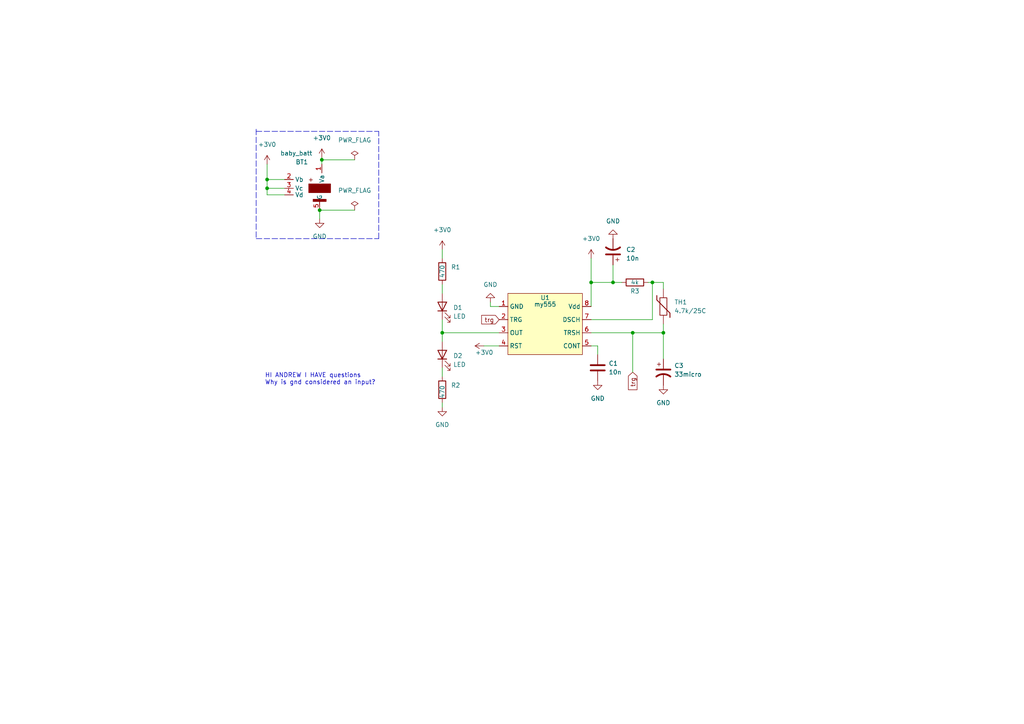
<source format=kicad_sch>
(kicad_sch (version 20211123) (generator eeschema)

  (uuid 7e7b8ea5-9941-47ad-aa89-670ebd77f6b0)

  (paper "A4")

  (lib_symbols
    (symbol "Device:C" (pin_numbers hide) (pin_names (offset 0.254)) (in_bom yes) (on_board yes)
      (property "Reference" "C" (id 0) (at 0.635 2.54 0)
        (effects (font (size 1.27 1.27)) (justify left))
      )
      (property "Value" "C" (id 1) (at 0.635 -2.54 0)
        (effects (font (size 1.27 1.27)) (justify left))
      )
      (property "Footprint" "" (id 2) (at 0.9652 -3.81 0)
        (effects (font (size 1.27 1.27)) hide)
      )
      (property "Datasheet" "~" (id 3) (at 0 0 0)
        (effects (font (size 1.27 1.27)) hide)
      )
      (property "ki_keywords" "cap capacitor" (id 4) (at 0 0 0)
        (effects (font (size 1.27 1.27)) hide)
      )
      (property "ki_description" "Unpolarized capacitor" (id 5) (at 0 0 0)
        (effects (font (size 1.27 1.27)) hide)
      )
      (property "ki_fp_filters" "C_*" (id 6) (at 0 0 0)
        (effects (font (size 1.27 1.27)) hide)
      )
      (symbol "C_0_1"
        (polyline
          (pts
            (xy -2.032 -0.762)
            (xy 2.032 -0.762)
          )
          (stroke (width 0.508) (type default) (color 0 0 0 0))
          (fill (type none))
        )
        (polyline
          (pts
            (xy -2.032 0.762)
            (xy 2.032 0.762)
          )
          (stroke (width 0.508) (type default) (color 0 0 0 0))
          (fill (type none))
        )
      )
      (symbol "C_1_1"
        (pin passive line (at 0 3.81 270) (length 2.794)
          (name "~" (effects (font (size 1.27 1.27))))
          (number "1" (effects (font (size 1.27 1.27))))
        )
        (pin passive line (at 0 -3.81 90) (length 2.794)
          (name "~" (effects (font (size 1.27 1.27))))
          (number "2" (effects (font (size 1.27 1.27))))
        )
      )
    )
    (symbol "Device:C_Polarized_US" (pin_numbers hide) (pin_names (offset 0.254) hide) (in_bom yes) (on_board yes)
      (property "Reference" "C" (id 0) (at 0.635 2.54 0)
        (effects (font (size 1.27 1.27)) (justify left))
      )
      (property "Value" "C_Polarized_US" (id 1) (at 0.635 -2.54 0)
        (effects (font (size 1.27 1.27)) (justify left))
      )
      (property "Footprint" "" (id 2) (at 0 0 0)
        (effects (font (size 1.27 1.27)) hide)
      )
      (property "Datasheet" "~" (id 3) (at 0 0 0)
        (effects (font (size 1.27 1.27)) hide)
      )
      (property "ki_keywords" "cap capacitor" (id 4) (at 0 0 0)
        (effects (font (size 1.27 1.27)) hide)
      )
      (property "ki_description" "Polarized capacitor, US symbol" (id 5) (at 0 0 0)
        (effects (font (size 1.27 1.27)) hide)
      )
      (property "ki_fp_filters" "CP_*" (id 6) (at 0 0 0)
        (effects (font (size 1.27 1.27)) hide)
      )
      (symbol "C_Polarized_US_0_1"
        (polyline
          (pts
            (xy -2.032 0.762)
            (xy 2.032 0.762)
          )
          (stroke (width 0.508) (type default) (color 0 0 0 0))
          (fill (type none))
        )
        (polyline
          (pts
            (xy -1.778 2.286)
            (xy -0.762 2.286)
          )
          (stroke (width 0) (type default) (color 0 0 0 0))
          (fill (type none))
        )
        (polyline
          (pts
            (xy -1.27 1.778)
            (xy -1.27 2.794)
          )
          (stroke (width 0) (type default) (color 0 0 0 0))
          (fill (type none))
        )
        (arc (start 2.032 -1.27) (mid 0 -0.5572) (end -2.032 -1.27)
          (stroke (width 0.508) (type default) (color 0 0 0 0))
          (fill (type none))
        )
      )
      (symbol "C_Polarized_US_1_1"
        (pin passive line (at 0 3.81 270) (length 2.794)
          (name "~" (effects (font (size 1.27 1.27))))
          (number "1" (effects (font (size 1.27 1.27))))
        )
        (pin passive line (at 0 -3.81 90) (length 3.302)
          (name "~" (effects (font (size 1.27 1.27))))
          (number "2" (effects (font (size 1.27 1.27))))
        )
      )
    )
    (symbol "Device:LED" (pin_numbers hide) (pin_names (offset 1.016) hide) (in_bom yes) (on_board yes)
      (property "Reference" "D" (id 0) (at 0 2.54 0)
        (effects (font (size 1.27 1.27)))
      )
      (property "Value" "LED" (id 1) (at 0 -2.54 0)
        (effects (font (size 1.27 1.27)))
      )
      (property "Footprint" "" (id 2) (at 0 0 0)
        (effects (font (size 1.27 1.27)) hide)
      )
      (property "Datasheet" "~" (id 3) (at 0 0 0)
        (effects (font (size 1.27 1.27)) hide)
      )
      (property "ki_keywords" "LED diode" (id 4) (at 0 0 0)
        (effects (font (size 1.27 1.27)) hide)
      )
      (property "ki_description" "Light emitting diode" (id 5) (at 0 0 0)
        (effects (font (size 1.27 1.27)) hide)
      )
      (property "ki_fp_filters" "LED* LED_SMD:* LED_THT:*" (id 6) (at 0 0 0)
        (effects (font (size 1.27 1.27)) hide)
      )
      (symbol "LED_0_1"
        (polyline
          (pts
            (xy -1.27 -1.27)
            (xy -1.27 1.27)
          )
          (stroke (width 0.254) (type default) (color 0 0 0 0))
          (fill (type none))
        )
        (polyline
          (pts
            (xy -1.27 0)
            (xy 1.27 0)
          )
          (stroke (width 0) (type default) (color 0 0 0 0))
          (fill (type none))
        )
        (polyline
          (pts
            (xy 1.27 -1.27)
            (xy 1.27 1.27)
            (xy -1.27 0)
            (xy 1.27 -1.27)
          )
          (stroke (width 0.254) (type default) (color 0 0 0 0))
          (fill (type none))
        )
        (polyline
          (pts
            (xy -3.048 -0.762)
            (xy -4.572 -2.286)
            (xy -3.81 -2.286)
            (xy -4.572 -2.286)
            (xy -4.572 -1.524)
          )
          (stroke (width 0) (type default) (color 0 0 0 0))
          (fill (type none))
        )
        (polyline
          (pts
            (xy -1.778 -0.762)
            (xy -3.302 -2.286)
            (xy -2.54 -2.286)
            (xy -3.302 -2.286)
            (xy -3.302 -1.524)
          )
          (stroke (width 0) (type default) (color 0 0 0 0))
          (fill (type none))
        )
      )
      (symbol "LED_1_1"
        (pin passive line (at -3.81 0 0) (length 2.54)
          (name "K" (effects (font (size 1.27 1.27))))
          (number "1" (effects (font (size 1.27 1.27))))
        )
        (pin passive line (at 3.81 0 180) (length 2.54)
          (name "A" (effects (font (size 1.27 1.27))))
          (number "2" (effects (font (size 1.27 1.27))))
        )
      )
    )
    (symbol "Device:R" (pin_numbers hide) (pin_names (offset 0)) (in_bom yes) (on_board yes)
      (property "Reference" "R" (id 0) (at 2.032 0 90)
        (effects (font (size 1.27 1.27)))
      )
      (property "Value" "R" (id 1) (at 0 0 90)
        (effects (font (size 1.27 1.27)))
      )
      (property "Footprint" "" (id 2) (at -1.778 0 90)
        (effects (font (size 1.27 1.27)) hide)
      )
      (property "Datasheet" "~" (id 3) (at 0 0 0)
        (effects (font (size 1.27 1.27)) hide)
      )
      (property "ki_keywords" "R res resistor" (id 4) (at 0 0 0)
        (effects (font (size 1.27 1.27)) hide)
      )
      (property "ki_description" "Resistor" (id 5) (at 0 0 0)
        (effects (font (size 1.27 1.27)) hide)
      )
      (property "ki_fp_filters" "R_*" (id 6) (at 0 0 0)
        (effects (font (size 1.27 1.27)) hide)
      )
      (symbol "R_0_1"
        (rectangle (start -1.016 -2.54) (end 1.016 2.54)
          (stroke (width 0.254) (type default) (color 0 0 0 0))
          (fill (type none))
        )
      )
      (symbol "R_1_1"
        (pin passive line (at 0 3.81 270) (length 1.27)
          (name "~" (effects (font (size 1.27 1.27))))
          (number "1" (effects (font (size 1.27 1.27))))
        )
        (pin passive line (at 0 -3.81 90) (length 1.27)
          (name "~" (effects (font (size 1.27 1.27))))
          (number "2" (effects (font (size 1.27 1.27))))
        )
      )
    )
    (symbol "Device:Thermistor" (pin_numbers hide) (pin_names (offset 0)) (in_bom yes) (on_board yes)
      (property "Reference" "TH" (id 0) (at 2.54 1.27 90)
        (effects (font (size 1.27 1.27)))
      )
      (property "Value" "Thermistor" (id 1) (at -2.54 0 90)
        (effects (font (size 1.27 1.27)) (justify bottom))
      )
      (property "Footprint" "" (id 2) (at 0 0 0)
        (effects (font (size 1.27 1.27)) hide)
      )
      (property "Datasheet" "~" (id 3) (at 0 0 0)
        (effects (font (size 1.27 1.27)) hide)
      )
      (property "ki_keywords" "R res thermistor" (id 4) (at 0 0 0)
        (effects (font (size 1.27 1.27)) hide)
      )
      (property "ki_description" "Temperature dependent resistor" (id 5) (at 0 0 0)
        (effects (font (size 1.27 1.27)) hide)
      )
      (property "ki_fp_filters" "R_*" (id 6) (at 0 0 0)
        (effects (font (size 1.27 1.27)) hide)
      )
      (symbol "Thermistor_0_1"
        (rectangle (start -1.016 2.54) (end 1.016 -2.54)
          (stroke (width 0.2032) (type default) (color 0 0 0 0))
          (fill (type none))
        )
        (polyline
          (pts
            (xy -1.905 3.175)
            (xy -1.905 1.905)
            (xy 1.905 -1.905)
            (xy 1.905 -3.175)
            (xy 1.905 -3.175)
          )
          (stroke (width 0.254) (type default) (color 0 0 0 0))
          (fill (type none))
        )
      )
      (symbol "Thermistor_1_1"
        (pin passive line (at 0 5.08 270) (length 2.54)
          (name "~" (effects (font (size 1.27 1.27))))
          (number "1" (effects (font (size 1.27 1.27))))
        )
        (pin passive line (at 0 -5.08 90) (length 2.54)
          (name "~" (effects (font (size 1.27 1.27))))
          (number "2" (effects (font (size 1.27 1.27))))
        )
      )
    )
    (symbol "p490:baby_batt" (in_bom yes) (on_board yes)
      (property "Reference" "BT" (id 0) (at -5.08 5.715 0)
        (effects (font (size 1.27 1.27)))
      )
      (property "Value" "baby_batt" (id 1) (at -6.35 8.255 0)
        (effects (font (size 1.27 1.27)))
      )
      (property "Footprint" "" (id 2) (at 0 0 0)
        (effects (font (size 1.27 1.27)) hide)
      )
      (property "Datasheet" "" (id 3) (at 0 0 0)
        (effects (font (size 1.27 1.27)) hide)
      )
      (symbol "baby_batt_0_0"
        (text "+" (at -2.54 2.54 0)
          (effects (font (size 1.27 1.27)))
        )
      )
      (symbol "baby_batt_0_1"
        (rectangle (start -1.905 -3.81) (end 1.905 -3.81)
          (stroke (width 0) (type default) (color 0 0 0 0))
          (fill (type none))
        )
        (rectangle (start 0 -3.81) (end 0 -5.08)
          (stroke (width 0) (type default) (color 0 0 0 0))
          (fill (type none))
        )
        (rectangle (start 1.905 -3.81) (end -1.905 -3.175)
          (stroke (width 0) (type default) (color 0 0 0 0))
          (fill (type outline))
        )
        (rectangle (start 3.175 -1.27) (end -3.175 1.27)
          (stroke (width 0) (type default) (color 0 0 0 0))
          (fill (type outline))
        )
      )
      (symbol "baby_batt_1_1"
        (pin passive line (at 0.635 6.985 270) (length 2.54)
          (name "Va" (effects (font (size 1.27 1.27))))
          (number "1" (effects (font (size 1.27 1.27))))
        )
        (pin passive line (at -10.16 2.54 0) (length 2.54)
          (name "Vb" (effects (font (size 1.27 1.27))))
          (number "2" (effects (font (size 1.27 1.27))))
        )
        (pin passive line (at -10.16 0 0) (length 2.54)
          (name "Vc" (effects (font (size 1.27 1.27))))
          (number "3" (effects (font (size 1.27 1.27))))
        )
        (pin passive line (at -10.16 -1.905 0) (length 2.54)
          (name "Vd" (effects (font (size 1.27 1.27))))
          (number "4" (effects (font (size 1.27 1.27))))
        )
        (pin passive line (at 0 -6.35 90) (length 2.54)
          (name "G" (effects (font (size 1.27 1.27))))
          (number "5" (effects (font (size 1.27 1.27))))
        )
      )
    )
    (symbol "p490:my555" (in_bom yes) (on_board yes)
      (property "Reference" "U" (id 0) (at 3.81 0 0)
        (effects (font (size 1.27 1.27)))
      )
      (property "Value" "my555" (id 1) (at 3.81 2.54 0)
        (effects (font (size 1.27 1.27)))
      )
      (property "Footprint" "" (id 2) (at 0 0 0)
        (effects (font (size 1.27 1.27)) hide)
      )
      (property "Datasheet" "" (id 3) (at 0 0 0)
        (effects (font (size 1.27 1.27)) hide)
      )
      (symbol "my555_0_1"
        (rectangle (start 15.24 -5.08) (end -6.35 12.7)
          (stroke (width 0) (type default) (color 0 0 0 0))
          (fill (type background))
        )
      )
      (symbol "my555_1_1"
        (pin input line (at -8.89 8.89 0) (length 2.54)
          (name "GND" (effects (font (size 1.27 1.27))))
          (number "1" (effects (font (size 1.27 1.27))))
        )
        (pin passive line (at -8.89 5.08 0) (length 2.54)
          (name "TRG" (effects (font (size 1.27 1.27))))
          (number "2" (effects (font (size 1.27 1.27))))
        )
        (pin passive line (at -8.89 1.27 0) (length 2.54)
          (name "OUT" (effects (font (size 1.27 1.27))))
          (number "3" (effects (font (size 1.27 1.27))))
        )
        (pin passive line (at -8.89 -2.54 0) (length 2.54)
          (name "RST" (effects (font (size 1.27 1.27))))
          (number "4" (effects (font (size 1.27 1.27))))
        )
        (pin passive line (at 17.78 -2.54 180) (length 2.54)
          (name "CONT" (effects (font (size 1.27 1.27))))
          (number "5" (effects (font (size 1.27 1.27))))
        )
        (pin passive line (at 17.78 1.27 180) (length 2.54)
          (name "TRSH" (effects (font (size 1.27 1.27))))
          (number "6" (effects (font (size 1.27 1.27))))
        )
        (pin passive line (at 17.78 5.08 180) (length 2.54)
          (name "DSCH" (effects (font (size 1.27 1.27))))
          (number "7" (effects (font (size 1.27 1.27))))
        )
        (pin input line (at 17.78 8.89 180) (length 2.54)
          (name "Vdd" (effects (font (size 1.27 1.27))))
          (number "8" (effects (font (size 1.27 1.27))))
        )
      )
    )
    (symbol "power:+3V0" (power) (pin_names (offset 0)) (in_bom yes) (on_board yes)
      (property "Reference" "#PWR" (id 0) (at 0 -3.81 0)
        (effects (font (size 1.27 1.27)) hide)
      )
      (property "Value" "+3V0" (id 1) (at 0 3.556 0)
        (effects (font (size 1.27 1.27)))
      )
      (property "Footprint" "" (id 2) (at 0 0 0)
        (effects (font (size 1.27 1.27)) hide)
      )
      (property "Datasheet" "" (id 3) (at 0 0 0)
        (effects (font (size 1.27 1.27)) hide)
      )
      (property "ki_keywords" "power-flag" (id 4) (at 0 0 0)
        (effects (font (size 1.27 1.27)) hide)
      )
      (property "ki_description" "Power symbol creates a global label with name \"+3V0\"" (id 5) (at 0 0 0)
        (effects (font (size 1.27 1.27)) hide)
      )
      (symbol "+3V0_0_1"
        (polyline
          (pts
            (xy -0.762 1.27)
            (xy 0 2.54)
          )
          (stroke (width 0) (type default) (color 0 0 0 0))
          (fill (type none))
        )
        (polyline
          (pts
            (xy 0 0)
            (xy 0 2.54)
          )
          (stroke (width 0) (type default) (color 0 0 0 0))
          (fill (type none))
        )
        (polyline
          (pts
            (xy 0 2.54)
            (xy 0.762 1.27)
          )
          (stroke (width 0) (type default) (color 0 0 0 0))
          (fill (type none))
        )
      )
      (symbol "+3V0_1_1"
        (pin power_in line (at 0 0 90) (length 0) hide
          (name "+3V0" (effects (font (size 1.27 1.27))))
          (number "1" (effects (font (size 1.27 1.27))))
        )
      )
    )
    (symbol "power:GND" (power) (pin_names (offset 0)) (in_bom yes) (on_board yes)
      (property "Reference" "#PWR" (id 0) (at 0 -6.35 0)
        (effects (font (size 1.27 1.27)) hide)
      )
      (property "Value" "GND" (id 1) (at 0 -3.81 0)
        (effects (font (size 1.27 1.27)))
      )
      (property "Footprint" "" (id 2) (at 0 0 0)
        (effects (font (size 1.27 1.27)) hide)
      )
      (property "Datasheet" "" (id 3) (at 0 0 0)
        (effects (font (size 1.27 1.27)) hide)
      )
      (property "ki_keywords" "power-flag" (id 4) (at 0 0 0)
        (effects (font (size 1.27 1.27)) hide)
      )
      (property "ki_description" "Power symbol creates a global label with name \"GND\" , ground" (id 5) (at 0 0 0)
        (effects (font (size 1.27 1.27)) hide)
      )
      (symbol "GND_0_1"
        (polyline
          (pts
            (xy 0 0)
            (xy 0 -1.27)
            (xy 1.27 -1.27)
            (xy 0 -2.54)
            (xy -1.27 -1.27)
            (xy 0 -1.27)
          )
          (stroke (width 0) (type default) (color 0 0 0 0))
          (fill (type none))
        )
      )
      (symbol "GND_1_1"
        (pin power_in line (at 0 0 270) (length 0) hide
          (name "GND" (effects (font (size 1.27 1.27))))
          (number "1" (effects (font (size 1.27 1.27))))
        )
      )
    )
    (symbol "power:PWR_FLAG" (power) (pin_numbers hide) (pin_names (offset 0) hide) (in_bom yes) (on_board yes)
      (property "Reference" "#FLG" (id 0) (at 0 1.905 0)
        (effects (font (size 1.27 1.27)) hide)
      )
      (property "Value" "PWR_FLAG" (id 1) (at 0 3.81 0)
        (effects (font (size 1.27 1.27)))
      )
      (property "Footprint" "" (id 2) (at 0 0 0)
        (effects (font (size 1.27 1.27)) hide)
      )
      (property "Datasheet" "~" (id 3) (at 0 0 0)
        (effects (font (size 1.27 1.27)) hide)
      )
      (property "ki_keywords" "power-flag" (id 4) (at 0 0 0)
        (effects (font (size 1.27 1.27)) hide)
      )
      (property "ki_description" "Special symbol for telling ERC where power comes from" (id 5) (at 0 0 0)
        (effects (font (size 1.27 1.27)) hide)
      )
      (symbol "PWR_FLAG_0_0"
        (pin power_out line (at 0 0 90) (length 0)
          (name "pwr" (effects (font (size 1.27 1.27))))
          (number "1" (effects (font (size 1.27 1.27))))
        )
      )
      (symbol "PWR_FLAG_0_1"
        (polyline
          (pts
            (xy 0 0)
            (xy 0 1.27)
            (xy -1.016 1.905)
            (xy 0 2.54)
            (xy 1.016 1.905)
            (xy 0 1.27)
          )
          (stroke (width 0) (type default) (color 0 0 0 0))
          (fill (type none))
        )
      )
    )
  )

  (junction (at 128.27 96.52) (diameter 0) (color 0 0 0 0)
    (uuid 0b3e86b5-c471-4dbc-897b-cec00fccfa60)
  )
  (junction (at 171.45 81.915) (diameter 0) (color 0 0 0 0)
    (uuid 30ec6bdb-85d9-4931-80b6-49bf1fcadf5b)
  )
  (junction (at 177.8 81.915) (diameter 0) (color 0 0 0 0)
    (uuid 65837264-c15d-40be-8629-d33a37aa0d2a)
  )
  (junction (at 77.47 54.61) (diameter 0) (color 0 0 0 0)
    (uuid 75a3852f-a150-414a-97a1-afc9628edd94)
  )
  (junction (at 92.71 60.96) (diameter 0) (color 0 0 0 0)
    (uuid 7ca9fb41-f749-4471-b77f-94c5cec6b165)
  )
  (junction (at 93.345 46.355) (diameter 0) (color 0 0 0 0)
    (uuid a116305b-e52d-4a64-8b2b-899d89818c8c)
  )
  (junction (at 183.515 96.52) (diameter 0) (color 0 0 0 0)
    (uuid b5bd463b-6c91-46e4-84c8-f1b3d67f85d3)
  )
  (junction (at 77.47 52.07) (diameter 0) (color 0 0 0 0)
    (uuid e81cb2e1-7e91-4490-a09e-c9580adfc0aa)
  )
  (junction (at 192.405 96.52) (diameter 0) (color 0 0 0 0)
    (uuid f5a617b7-0f8b-4905-9695-13d98bf0f97c)
  )
  (junction (at 189.23 81.915) (diameter 0) (color 0 0 0 0)
    (uuid f64969b3-fef7-494c-9507-6055ae1ddac8)
  )

  (wire (pts (xy 144.78 96.52) (xy 128.27 96.52))
    (stroke (width 0) (type default) (color 0 0 0 0))
    (uuid 01716dd6-9b4c-4e22-8221-3f1537c1f605)
  )
  (wire (pts (xy 192.405 96.52) (xy 192.405 93.98))
    (stroke (width 0) (type default) (color 0 0 0 0))
    (uuid 0d013f84-e1a2-4f7f-8b31-42d9f96b2c29)
  )
  (wire (pts (xy 177.8 81.915) (xy 171.45 81.915))
    (stroke (width 0) (type default) (color 0 0 0 0))
    (uuid 131a69ff-a576-4dd8-b8bf-80a63330836b)
  )
  (wire (pts (xy 177.8 76.835) (xy 177.8 81.915))
    (stroke (width 0) (type default) (color 0 0 0 0))
    (uuid 18820782-78c7-4923-bb69-82787cdd1ad4)
  )
  (polyline (pts (xy 109.855 69.215) (xy 109.855 38.1))
    (stroke (width 0) (type default) (color 0 0 0 0))
    (uuid 1da5b517-0700-4eb7-b749-6af74b331adf)
  )

  (wire (pts (xy 128.27 116.84) (xy 128.27 118.11))
    (stroke (width 0) (type default) (color 0 0 0 0))
    (uuid 1e96cb18-c9b9-4796-b5ce-897c6ab4af7c)
  )
  (polyline (pts (xy 74.295 37.465) (xy 74.295 69.215))
    (stroke (width 0) (type default) (color 0 0 0 0))
    (uuid 2f5e52f9-56f4-4637-b258-d435a07ad5b5)
  )

  (wire (pts (xy 183.515 96.52) (xy 183.515 107.95))
    (stroke (width 0) (type default) (color 0 0 0 0))
    (uuid 34f1b38b-9ac2-49ef-ae7b-0946884fa893)
  )
  (wire (pts (xy 171.45 74.93) (xy 171.45 81.915))
    (stroke (width 0) (type default) (color 0 0 0 0))
    (uuid 3a5448ab-43fd-4678-8ea0-e7ca696fe581)
  )
  (wire (pts (xy 92.71 60.96) (xy 92.71 63.5))
    (stroke (width 0) (type default) (color 0 0 0 0))
    (uuid 3ef94675-feea-4db1-a306-a533be0f9a08)
  )
  (wire (pts (xy 77.47 47.625) (xy 77.47 52.07))
    (stroke (width 0) (type default) (color 0 0 0 0))
    (uuid 47cc36d0-e011-4d4a-8e6f-2ee5931dcd58)
  )
  (wire (pts (xy 183.515 96.52) (xy 192.405 96.52))
    (stroke (width 0) (type default) (color 0 0 0 0))
    (uuid 4c7c9172-cfcb-4280-a39d-ed575823396d)
  )
  (wire (pts (xy 77.47 52.07) (xy 77.47 54.61))
    (stroke (width 0) (type default) (color 0 0 0 0))
    (uuid 4ededcc6-9f84-42f9-92f5-dd37e6da1349)
  )
  (wire (pts (xy 173.355 100.33) (xy 171.45 100.33))
    (stroke (width 0) (type default) (color 0 0 0 0))
    (uuid 58679864-0b94-46fc-a010-37003c873789)
  )
  (wire (pts (xy 128.27 92.71) (xy 128.27 96.52))
    (stroke (width 0) (type default) (color 0 0 0 0))
    (uuid 63134588-0044-46cd-9ff9-4388b26e45c5)
  )
  (wire (pts (xy 171.45 81.915) (xy 171.45 88.9))
    (stroke (width 0) (type default) (color 0 0 0 0))
    (uuid 6658c544-9bf2-4057-833e-a8097f592e34)
  )
  (wire (pts (xy 82.55 52.07) (xy 77.47 52.07))
    (stroke (width 0) (type default) (color 0 0 0 0))
    (uuid 6cdd1d78-3ad6-4272-a13b-fe23de9dfc30)
  )
  (wire (pts (xy 180.34 81.915) (xy 177.8 81.915))
    (stroke (width 0) (type default) (color 0 0 0 0))
    (uuid 70570496-7ffe-47e8-bc9f-79c870de2a0d)
  )
  (wire (pts (xy 128.27 106.68) (xy 128.27 109.22))
    (stroke (width 0) (type default) (color 0 0 0 0))
    (uuid 7076e20f-56ad-4c66-8094-a701ae272de8)
  )
  (wire (pts (xy 128.27 72.39) (xy 128.27 74.93))
    (stroke (width 0) (type default) (color 0 0 0 0))
    (uuid 753e4b70-e97c-410f-9993-0bd1a61c28fc)
  )
  (wire (pts (xy 142.24 88.9) (xy 144.78 88.9))
    (stroke (width 0) (type default) (color 0 0 0 0))
    (uuid 8463c06c-b68a-4845-a03a-927b9c7f7f87)
  )
  (wire (pts (xy 142.24 87.63) (xy 142.24 88.9))
    (stroke (width 0) (type default) (color 0 0 0 0))
    (uuid 85df02ad-84f2-421b-9724-49d86d7bf1ab)
  )
  (wire (pts (xy 192.405 104.14) (xy 192.405 96.52))
    (stroke (width 0) (type default) (color 0 0 0 0))
    (uuid 8bf818eb-d0ce-4338-b620-7a4dc1cb2ce6)
  )
  (wire (pts (xy 189.23 92.71) (xy 189.23 81.915))
    (stroke (width 0) (type default) (color 0 0 0 0))
    (uuid 8c34d138-3287-401b-b76c-64cc5d151175)
  )
  (wire (pts (xy 192.405 83.82) (xy 192.405 81.915))
    (stroke (width 0) (type default) (color 0 0 0 0))
    (uuid 9794b175-e0d8-451e-b2b3-883ee1a19951)
  )
  (wire (pts (xy 93.345 45.72) (xy 93.345 46.355))
    (stroke (width 0) (type default) (color 0 0 0 0))
    (uuid 9be2511d-ade2-4226-92b7-3aaaf18f4666)
  )
  (wire (pts (xy 93.345 46.355) (xy 93.345 47.625))
    (stroke (width 0) (type default) (color 0 0 0 0))
    (uuid aa86f2ad-0817-4e17-ac5f-e20d744473d2)
  )
  (wire (pts (xy 102.87 46.355) (xy 93.345 46.355))
    (stroke (width 0) (type default) (color 0 0 0 0))
    (uuid b3208d09-7774-4a4c-97e1-89f090814933)
  )
  (wire (pts (xy 140.335 100.33) (xy 144.78 100.33))
    (stroke (width 0) (type default) (color 0 0 0 0))
    (uuid b6fa23b3-6790-40ab-b560-f5f8a72a8a5c)
  )
  (wire (pts (xy 77.47 56.515) (xy 82.55 56.515))
    (stroke (width 0) (type default) (color 0 0 0 0))
    (uuid ba6710b8-0bf2-4411-b4fa-314012cea858)
  )
  (wire (pts (xy 77.47 54.61) (xy 82.55 54.61))
    (stroke (width 0) (type default) (color 0 0 0 0))
    (uuid cb0e5996-286c-4196-820b-ba8919130b1a)
  )
  (wire (pts (xy 192.405 81.915) (xy 189.23 81.915))
    (stroke (width 0) (type default) (color 0 0 0 0))
    (uuid cc06b6c3-7a3a-48cb-b8d4-5db53f16e810)
  )
  (polyline (pts (xy 74.295 69.215) (xy 109.855 69.215))
    (stroke (width 0) (type default) (color 0 0 0 0))
    (uuid d98424c8-55be-48a5-87a7-6422bdc55878)
  )

  (wire (pts (xy 173.355 102.87) (xy 173.355 100.33))
    (stroke (width 0) (type default) (color 0 0 0 0))
    (uuid e0efc28f-4199-44d8-af00-caf5be8b2023)
  )
  (wire (pts (xy 77.47 54.61) (xy 77.47 56.515))
    (stroke (width 0) (type default) (color 0 0 0 0))
    (uuid e4692cd7-f3e6-47b7-9078-004b255fbbb4)
  )
  (polyline (pts (xy 74.295 38.1) (xy 109.855 38.1))
    (stroke (width 0) (type default) (color 0 0 0 0))
    (uuid ee13133f-ad30-440c-87d2-011ff5da46c4)
  )

  (wire (pts (xy 171.45 92.71) (xy 189.23 92.71))
    (stroke (width 0) (type default) (color 0 0 0 0))
    (uuid ee955f0b-3d19-45fd-b756-274e649e33f2)
  )
  (wire (pts (xy 189.23 81.915) (xy 187.96 81.915))
    (stroke (width 0) (type default) (color 0 0 0 0))
    (uuid faa6e96b-c0ff-412c-b948-44d5ca9683e9)
  )
  (wire (pts (xy 128.27 82.55) (xy 128.27 85.09))
    (stroke (width 0) (type default) (color 0 0 0 0))
    (uuid fd2176e4-a409-4ab6-8872-8002cb1dab5b)
  )
  (wire (pts (xy 102.87 60.96) (xy 92.71 60.96))
    (stroke (width 0) (type default) (color 0 0 0 0))
    (uuid feeca4b7-a9e3-4e36-b9dd-07d8add261ac)
  )
  (wire (pts (xy 128.27 96.52) (xy 128.27 99.06))
    (stroke (width 0) (type default) (color 0 0 0 0))
    (uuid ff3e843f-866a-45ba-9628-649e89d415e7)
  )
  (wire (pts (xy 171.45 96.52) (xy 183.515 96.52))
    (stroke (width 0) (type default) (color 0 0 0 0))
    (uuid ff788269-45f4-471f-8309-83d5ed9104ae)
  )

  (text "HI ANDREW I HAVE questions\nWhy is gnd considered an input?\n"
    (at 76.835 111.76 0)
    (effects (font (size 1.27 1.27)) (justify left bottom))
    (uuid c2500d8b-402b-4c23-834c-54a45e8182d1)
  )

  (global_label "trg" (shape input) (at 183.515 107.95 270) (fields_autoplaced)
    (effects (font (size 1.27 1.27)) (justify right))
    (uuid 955799ba-2857-4632-85b2-622ced8854ed)
    (property "Intersheet References" "${INTERSHEET_REFS}" (id 0) (at 183.5944 113.0241 90)
      (effects (font (size 1.27 1.27)) (justify right) hide)
    )
  )
  (global_label "trg" (shape input) (at 144.78 92.71 180) (fields_autoplaced)
    (effects (font (size 1.27 1.27)) (justify right))
    (uuid d1cd8821-9f7e-4a19-bc27-523ccf34cb3f)
    (property "Intersheet References" "${INTERSHEET_REFS}" (id 0) (at 139.7059 92.6306 0)
      (effects (font (size 1.27 1.27)) (justify right) hide)
    )
  )

  (symbol (lib_id "power:GND") (at 128.27 118.11 0) (unit 1)
    (in_bom yes) (on_board yes) (fields_autoplaced)
    (uuid 002289d9-299b-4b7b-ae87-b072eed971da)
    (property "Reference" "#PWR04" (id 0) (at 128.27 124.46 0)
      (effects (font (size 1.27 1.27)) hide)
    )
    (property "Value" "GND" (id 1) (at 128.27 123.19 0))
    (property "Footprint" "" (id 2) (at 128.27 118.11 0)
      (effects (font (size 1.27 1.27)) hide)
    )
    (property "Datasheet" "" (id 3) (at 128.27 118.11 0)
      (effects (font (size 1.27 1.27)) hide)
    )
    (pin "1" (uuid 532d025d-fb7a-4f2b-909e-98e6d76dec26))
  )

  (symbol (lib_id "Device:C_Polarized_US") (at 192.405 107.95 0) (unit 1)
    (in_bom yes) (on_board yes) (fields_autoplaced)
    (uuid 06eb2baa-fd40-4e51-99fa-b0ab10a64cd2)
    (property "Reference" "C3" (id 0) (at 195.58 106.0449 0)
      (effects (font (size 1.27 1.27)) (justify left))
    )
    (property "Value" "33micro" (id 1) (at 195.58 108.5849 0)
      (effects (font (size 1.27 1.27)) (justify left))
    )
    (property "Footprint" "Capacitor_SMD:C_0805_2012Metric_Pad1.18x1.45mm_HandSolder" (id 2) (at 192.405 107.95 0)
      (effects (font (size 1.27 1.27)) hide)
    )
    (property "Datasheet" "~" (id 3) (at 192.405 107.95 0)
      (effects (font (size 1.27 1.27)) hide)
    )
    (pin "1" (uuid 050f12bf-993b-4a3c-82aa-96a7ef5e0a8e))
    (pin "2" (uuid ef413532-bedf-481f-9494-a24580b4ef06))
  )

  (symbol (lib_id "power:+3V0") (at 128.27 72.39 0) (unit 1)
    (in_bom yes) (on_board yes) (fields_autoplaced)
    (uuid 0805e80f-375d-49c1-845e-4a9b68293704)
    (property "Reference" "#PWR?" (id 0) (at 128.27 76.2 0)
      (effects (font (size 1.27 1.27)) hide)
    )
    (property "Value" "+3V0" (id 1) (at 128.27 66.675 0))
    (property "Footprint" "" (id 2) (at 128.27 72.39 0)
      (effects (font (size 1.27 1.27)) hide)
    )
    (property "Datasheet" "" (id 3) (at 128.27 72.39 0)
      (effects (font (size 1.27 1.27)) hide)
    )
    (pin "1" (uuid 7c7b1fd4-7b24-4f38-8b2b-4cdb97c22679))
  )

  (symbol (lib_id "Device:LED") (at 128.27 102.87 90) (unit 1)
    (in_bom yes) (on_board yes) (fields_autoplaced)
    (uuid 1687c0c1-8b58-48ce-b423-c8a759dbc82e)
    (property "Reference" "D2" (id 0) (at 131.445 103.1874 90)
      (effects (font (size 1.27 1.27)) (justify right))
    )
    (property "Value" "LED" (id 1) (at 131.445 105.7274 90)
      (effects (font (size 1.27 1.27)) (justify right))
    )
    (property "Footprint" "LED_THT:LED_D3.0mm" (id 2) (at 128.27 102.87 0)
      (effects (font (size 1.27 1.27)) hide)
    )
    (property "Datasheet" "~" (id 3) (at 128.27 102.87 0)
      (effects (font (size 1.27 1.27)) hide)
    )
    (pin "1" (uuid bc5f68a5-6f74-4167-add2-840992618e0e))
    (pin "2" (uuid 5f899560-d35a-41ee-bf94-2fc32eb966b4))
  )

  (symbol (lib_id "power:+3V0") (at 77.47 47.625 0) (unit 1)
    (in_bom yes) (on_board yes) (fields_autoplaced)
    (uuid 20617b25-3b5f-49c0-83cd-5a2833d3a305)
    (property "Reference" "#PWR?" (id 0) (at 77.47 51.435 0)
      (effects (font (size 1.27 1.27)) hide)
    )
    (property "Value" "+3V0" (id 1) (at 77.47 41.91 0))
    (property "Footprint" "" (id 2) (at 77.47 47.625 0)
      (effects (font (size 1.27 1.27)) hide)
    )
    (property "Datasheet" "" (id 3) (at 77.47 47.625 0)
      (effects (font (size 1.27 1.27)) hide)
    )
    (pin "1" (uuid d02cc305-cc9d-4a81-9683-c30ba7989ea7))
  )

  (symbol (lib_id "Device:C_Polarized_US") (at 177.8 73.025 180) (unit 1)
    (in_bom yes) (on_board yes) (fields_autoplaced)
    (uuid 3709133d-e933-4253-86d8-a188b07ae70a)
    (property "Reference" "C2" (id 0) (at 181.61 72.3899 0)
      (effects (font (size 1.27 1.27)) (justify right))
    )
    (property "Value" "10n" (id 1) (at 181.61 74.9299 0)
      (effects (font (size 1.27 1.27)) (justify right))
    )
    (property "Footprint" "Capacitor_SMD:C_0805_2012Metric_Pad1.18x1.45mm_HandSolder" (id 2) (at 177.8 73.025 0)
      (effects (font (size 1.27 1.27)) hide)
    )
    (property "Datasheet" "~" (id 3) (at 177.8 73.025 0)
      (effects (font (size 1.27 1.27)) hide)
    )
    (pin "1" (uuid c2040ce8-5e78-4a01-99cf-2cfdcdcbed80))
    (pin "2" (uuid 04bd2773-44cd-4666-899f-dbcdd5abd40c))
  )

  (symbol (lib_id "Device:R") (at 184.15 81.915 270) (unit 1)
    (in_bom yes) (on_board yes)
    (uuid 4ea25492-bddf-4264-8bd0-c6936a06f014)
    (property "Reference" "R3" (id 0) (at 184.15 84.455 90))
    (property "Value" "4k" (id 1) (at 184.15 81.915 90))
    (property "Footprint" "Resistor_SMD:R_0805_2012Metric_Pad1.20x1.40mm_HandSolder" (id 2) (at 184.15 80.137 90)
      (effects (font (size 1.27 1.27)) hide)
    )
    (property "Datasheet" "~" (id 3) (at 184.15 81.915 0)
      (effects (font (size 1.27 1.27)) hide)
    )
    (pin "1" (uuid 2af0d622-ae8a-44ab-9998-e254dea095ad))
    (pin "2" (uuid 5923abb7-7d16-4b0b-a436-a484bfc072bf))
  )

  (symbol (lib_id "power:PWR_FLAG") (at 102.87 46.355 0) (unit 1)
    (in_bom yes) (on_board yes) (fields_autoplaced)
    (uuid 5d53b646-420a-4c85-a51a-ac47e6050f1e)
    (property "Reference" "#FLG0102" (id 0) (at 102.87 44.45 0)
      (effects (font (size 1.27 1.27)) hide)
    )
    (property "Value" "PWR_FLAG" (id 1) (at 102.87 40.64 0))
    (property "Footprint" "" (id 2) (at 102.87 46.355 0)
      (effects (font (size 1.27 1.27)) hide)
    )
    (property "Datasheet" "~" (id 3) (at 102.87 46.355 0)
      (effects (font (size 1.27 1.27)) hide)
    )
    (pin "1" (uuid b15045cd-31c2-4fd6-8847-a7bd9b956f2e))
  )

  (symbol (lib_id "power:+3V0") (at 93.345 45.72 0) (unit 1)
    (in_bom yes) (on_board yes) (fields_autoplaced)
    (uuid 5d952b82-23bf-4b28-8cba-23e85e939f40)
    (property "Reference" "#PWR?" (id 0) (at 93.345 49.53 0)
      (effects (font (size 1.27 1.27)) hide)
    )
    (property "Value" "+3V0" (id 1) (at 93.345 40.005 0))
    (property "Footprint" "" (id 2) (at 93.345 45.72 0)
      (effects (font (size 1.27 1.27)) hide)
    )
    (property "Datasheet" "" (id 3) (at 93.345 45.72 0)
      (effects (font (size 1.27 1.27)) hide)
    )
    (pin "1" (uuid 58e2ca1e-e13e-4d5a-a87b-059ac61caa9e))
  )

  (symbol (lib_id "power:+3V0") (at 171.45 74.93 0) (unit 1)
    (in_bom yes) (on_board yes) (fields_autoplaced)
    (uuid 5e3e06ad-324a-44ec-b563-ed88c65ea380)
    (property "Reference" "#PWR?" (id 0) (at 171.45 78.74 0)
      (effects (font (size 1.27 1.27)) hide)
    )
    (property "Value" "+3V0" (id 1) (at 171.45 69.215 0))
    (property "Footprint" "" (id 2) (at 171.45 74.93 0)
      (effects (font (size 1.27 1.27)) hide)
    )
    (property "Datasheet" "" (id 3) (at 171.45 74.93 0)
      (effects (font (size 1.27 1.27)) hide)
    )
    (pin "1" (uuid 2ba74fbb-dc96-42fc-8405-18ee6fcdb99b))
  )

  (symbol (lib_id "power:GND") (at 173.355 110.49 0) (unit 1)
    (in_bom yes) (on_board yes) (fields_autoplaced)
    (uuid 734556d6-071f-4ec4-8953-7629858766c6)
    (property "Reference" "#PWR08" (id 0) (at 173.355 116.84 0)
      (effects (font (size 1.27 1.27)) hide)
    )
    (property "Value" "GND" (id 1) (at 173.355 115.57 0))
    (property "Footprint" "" (id 2) (at 173.355 110.49 0)
      (effects (font (size 1.27 1.27)) hide)
    )
    (property "Datasheet" "" (id 3) (at 173.355 110.49 0)
      (effects (font (size 1.27 1.27)) hide)
    )
    (pin "1" (uuid e8b0da6e-81c9-45a0-9515-dba5310a94bc))
  )

  (symbol (lib_id "Device:Thermistor") (at 192.405 88.9 0) (unit 1)
    (in_bom yes) (on_board yes) (fields_autoplaced)
    (uuid 8ae51998-a663-461a-8569-61979aecc35d)
    (property "Reference" "TH1" (id 0) (at 195.58 87.6299 0)
      (effects (font (size 1.27 1.27)) (justify left))
    )
    (property "Value" "4.7k/25C" (id 1) (at 195.58 90.1699 0)
      (effects (font (size 1.27 1.27)) (justify left))
    )
    (property "Footprint" "Resistor_SMD:R_0805_2012Metric_Pad1.20x1.40mm_HandSolder" (id 2) (at 192.405 88.9 0)
      (effects (font (size 1.27 1.27)) hide)
    )
    (property "Datasheet" "~" (id 3) (at 192.405 88.9 0)
      (effects (font (size 1.27 1.27)) hide)
    )
    (pin "1" (uuid d703e1e4-f682-45e2-9110-b711122e6b01))
    (pin "2" (uuid 35b24e6b-0f7b-4893-9496-306f0e20d36d))
  )

  (symbol (lib_id "power:GND") (at 192.405 111.76 0) (unit 1)
    (in_bom yes) (on_board yes) (fields_autoplaced)
    (uuid 8b470532-506e-42e8-8743-20aeff893206)
    (property "Reference" "#PWR09" (id 0) (at 192.405 118.11 0)
      (effects (font (size 1.27 1.27)) hide)
    )
    (property "Value" "GND" (id 1) (at 192.405 116.84 0))
    (property "Footprint" "" (id 2) (at 192.405 111.76 0)
      (effects (font (size 1.27 1.27)) hide)
    )
    (property "Datasheet" "" (id 3) (at 192.405 111.76 0)
      (effects (font (size 1.27 1.27)) hide)
    )
    (pin "1" (uuid 120edca9-9f1b-42da-9bb5-6bdc38fd9bdb))
  )

  (symbol (lib_id "power:GND") (at 92.71 63.5 0) (unit 1)
    (in_bom yes) (on_board yes) (fields_autoplaced)
    (uuid ae8cd902-428d-4e1d-8cf3-983feaf71c28)
    (property "Reference" "#PWR01" (id 0) (at 92.71 69.85 0)
      (effects (font (size 1.27 1.27)) hide)
    )
    (property "Value" "GND" (id 1) (at 92.71 68.58 0))
    (property "Footprint" "" (id 2) (at 92.71 63.5 0)
      (effects (font (size 1.27 1.27)) hide)
    )
    (property "Datasheet" "" (id 3) (at 92.71 63.5 0)
      (effects (font (size 1.27 1.27)) hide)
    )
    (pin "1" (uuid 9643d1d1-4000-4a5e-96fd-a1436ec0ad32))
  )

  (symbol (lib_id "power:GND") (at 177.8 69.215 180) (unit 1)
    (in_bom yes) (on_board yes) (fields_autoplaced)
    (uuid b2786520-1d57-4884-a637-ed871fafe5c4)
    (property "Reference" "#PWR0101" (id 0) (at 177.8 62.865 0)
      (effects (font (size 1.27 1.27)) hide)
    )
    (property "Value" "GND" (id 1) (at 177.8 64.135 0))
    (property "Footprint" "" (id 2) (at 177.8 69.215 0)
      (effects (font (size 1.27 1.27)) hide)
    )
    (property "Datasheet" "" (id 3) (at 177.8 69.215 0)
      (effects (font (size 1.27 1.27)) hide)
    )
    (pin "1" (uuid a23d764a-18dd-40ee-a6dc-5abaceb86788))
  )

  (symbol (lib_id "power:GND") (at 142.24 87.63 180) (unit 1)
    (in_bom yes) (on_board yes) (fields_autoplaced)
    (uuid b7cc952b-81c5-41c7-ba32-191d01a9cc1f)
    (property "Reference" "#PWR06" (id 0) (at 142.24 81.28 0)
      (effects (font (size 1.27 1.27)) hide)
    )
    (property "Value" "GND" (id 1) (at 142.24 82.55 0))
    (property "Footprint" "" (id 2) (at 142.24 87.63 0)
      (effects (font (size 1.27 1.27)) hide)
    )
    (property "Datasheet" "" (id 3) (at 142.24 87.63 0)
      (effects (font (size 1.27 1.27)) hide)
    )
    (pin "1" (uuid d14e1bff-a3f9-43e0-9c63-2f0d49d85ec5))
  )

  (symbol (lib_id "Device:C") (at 173.355 106.68 0) (unit 1)
    (in_bom yes) (on_board yes) (fields_autoplaced)
    (uuid b878a44f-d07c-4dd3-95c5-f98dcfe2b37b)
    (property "Reference" "C1" (id 0) (at 176.53 105.4099 0)
      (effects (font (size 1.27 1.27)) (justify left))
    )
    (property "Value" "10n" (id 1) (at 176.53 107.9499 0)
      (effects (font (size 1.27 1.27)) (justify left))
    )
    (property "Footprint" "Capacitor_SMD:C_0805_2012Metric_Pad1.18x1.45mm_HandSolder" (id 2) (at 174.3202 110.49 0)
      (effects (font (size 1.27 1.27)) hide)
    )
    (property "Datasheet" "~" (id 3) (at 173.355 106.68 0)
      (effects (font (size 1.27 1.27)) hide)
    )
    (pin "1" (uuid a252ac0c-097f-4567-a3f2-c97b82c9018c))
    (pin "2" (uuid f6f2fbec-f124-4b27-8856-ec017718dadf))
  )

  (symbol (lib_id "power:PWR_FLAG") (at 102.87 60.96 0) (unit 1)
    (in_bom yes) (on_board yes) (fields_autoplaced)
    (uuid bdb27f0b-76a6-47ab-8231-bff18f334ac4)
    (property "Reference" "#FLG0101" (id 0) (at 102.87 59.055 0)
      (effects (font (size 1.27 1.27)) hide)
    )
    (property "Value" "PWR_FLAG" (id 1) (at 102.87 55.245 0))
    (property "Footprint" "" (id 2) (at 102.87 60.96 0)
      (effects (font (size 1.27 1.27)) hide)
    )
    (property "Datasheet" "~" (id 3) (at 102.87 60.96 0)
      (effects (font (size 1.27 1.27)) hide)
    )
    (pin "1" (uuid 51ed46c1-fd2a-49ba-a7ed-75c6578039ef))
  )

  (symbol (lib_id "Device:R") (at 128.27 78.74 0) (unit 1)
    (in_bom yes) (on_board yes)
    (uuid dba360b0-c5b6-47e7-94b4-da801c537b54)
    (property "Reference" "R1" (id 0) (at 130.81 77.4699 0)
      (effects (font (size 1.27 1.27)) (justify left))
    )
    (property "Value" "470" (id 1) (at 128.27 80.645 90)
      (effects (font (size 1.27 1.27)) (justify left))
    )
    (property "Footprint" "Resistor_SMD:R_0805_2012Metric_Pad1.20x1.40mm_HandSolder" (id 2) (at 126.492 78.74 90)
      (effects (font (size 1.27 1.27)) hide)
    )
    (property "Datasheet" "~" (id 3) (at 128.27 78.74 0)
      (effects (font (size 1.27 1.27)) hide)
    )
    (pin "1" (uuid 966593ae-495f-4a98-86b7-bda2a8fcaa21))
    (pin "2" (uuid 7f26af86-9c7f-4886-bfba-ab3abe2c98b3))
  )

  (symbol (lib_id "Device:R") (at 128.27 113.03 0) (unit 1)
    (in_bom yes) (on_board yes)
    (uuid e779a24e-79a3-4a35-90cd-c77458b9b49e)
    (property "Reference" "R2" (id 0) (at 130.81 111.7599 0)
      (effects (font (size 1.27 1.27)) (justify left))
    )
    (property "Value" "470" (id 1) (at 128.27 115.57 90)
      (effects (font (size 1.27 1.27)) (justify left))
    )
    (property "Footprint" "Resistor_SMD:R_0805_2012Metric_Pad1.20x1.40mm_HandSolder" (id 2) (at 126.492 113.03 90)
      (effects (font (size 1.27 1.27)) hide)
    )
    (property "Datasheet" "~" (id 3) (at 128.27 113.03 0)
      (effects (font (size 1.27 1.27)) hide)
    )
    (pin "1" (uuid 63c5bf20-683f-4f76-8331-d3f72f8426c5))
    (pin "2" (uuid 00b00488-af78-4c69-91e4-b3d33f98492d))
  )

  (symbol (lib_id "p490:my555") (at 153.67 97.79 0) (unit 1)
    (in_bom yes) (on_board yes)
    (uuid e8a58fb1-6c61-4363-b6fc-0c2f60841d8d)
    (property "Reference" "U1" (id 0) (at 158.115 86.36 0))
    (property "Value" "my555" (id 1) (at 158.115 88.265 0))
    (property "Footprint" "Package_SO:SOIC-8_3.9x4.9mm_P1.27mm" (id 2) (at 153.67 97.79 0)
      (effects (font (size 1.27 1.27)) hide)
    )
    (property "Datasheet" "" (id 3) (at 153.67 97.79 0)
      (effects (font (size 1.27 1.27)) hide)
    )
    (pin "1" (uuid 1fd15626-e104-4a21-a3f9-409b3561ebe4))
    (pin "2" (uuid 40dd2164-95f4-48a7-bb84-629129e490f0))
    (pin "3" (uuid e3844a2e-5eb8-4722-887a-946e62b2bc8e))
    (pin "4" (uuid 44c0695e-2c7a-4523-b9de-b485025ab1d7))
    (pin "5" (uuid df95106f-fce1-468c-8ac9-8b533784462b))
    (pin "6" (uuid 3b0984ad-1a7d-4588-a6ce-943edfdb69eb))
    (pin "7" (uuid b8662d0f-a2a9-40b7-a88a-83453c94bae9))
    (pin "8" (uuid 980b5792-568f-4ad1-815b-8a102563f893))
  )

  (symbol (lib_id "power:+3V0") (at 140.335 100.33 90) (unit 1)
    (in_bom yes) (on_board yes)
    (uuid ef10ce06-1cfb-4c5e-9618-8783d02b9ca3)
    (property "Reference" "#PWR?" (id 0) (at 144.145 100.33 0)
      (effects (font (size 1.27 1.27)) hide)
    )
    (property "Value" "+3V0" (id 1) (at 137.795 102.235 90)
      (effects (font (size 1.27 1.27)) (justify right))
    )
    (property "Footprint" "" (id 2) (at 140.335 100.33 0)
      (effects (font (size 1.27 1.27)) hide)
    )
    (property "Datasheet" "" (id 3) (at 140.335 100.33 0)
      (effects (font (size 1.27 1.27)) hide)
    )
    (pin "1" (uuid ac864939-cb85-493b-b62c-b0b08cbc1849))
  )

  (symbol (lib_id "p490:baby_batt") (at 92.71 54.61 0) (unit 1)
    (in_bom yes) (on_board yes)
    (uuid f75f1c6d-c8d2-4db6-ab9c-9d658d3b6446)
    (property "Reference" "BT1" (id 0) (at 85.725 46.99 0)
      (effects (font (size 1.27 1.27)) (justify left))
    )
    (property "Value" "baby_batt" (id 1) (at 81.28 44.45 0)
      (effects (font (size 1.27 1.27)) (justify left))
    )
    (property "Footprint" "p490:coinbat" (id 2) (at 92.71 54.61 0)
      (effects (font (size 1.27 1.27)) hide)
    )
    (property "Datasheet" "" (id 3) (at 92.71 54.61 0)
      (effects (font (size 1.27 1.27)) hide)
    )
    (pin "1" (uuid 3ee36e2f-9e40-4d2b-8276-312075b505d3))
    (pin "2" (uuid 0016eb6c-6a98-4184-88be-e6a798243501))
    (pin "3" (uuid db785e93-03c9-45f1-ba09-d565686a779b))
    (pin "4" (uuid df6febb8-ff0b-4bda-811a-ec437c357499))
    (pin "5" (uuid ee491ce5-eeaa-41a7-a18e-13e60a08096a))
  )

  (symbol (lib_id "Device:LED") (at 128.27 88.9 90) (unit 1)
    (in_bom yes) (on_board yes) (fields_autoplaced)
    (uuid fff8e6ad-27b2-407a-96c8-092ade078aef)
    (property "Reference" "D1" (id 0) (at 131.445 89.2174 90)
      (effects (font (size 1.27 1.27)) (justify right))
    )
    (property "Value" "LED" (id 1) (at 131.445 91.7574 90)
      (effects (font (size 1.27 1.27)) (justify right))
    )
    (property "Footprint" "LED_THT:LED_D3.0mm" (id 2) (at 128.27 88.9 0)
      (effects (font (size 1.27 1.27)) hide)
    )
    (property "Datasheet" "~" (id 3) (at 128.27 88.9 0)
      (effects (font (size 1.27 1.27)) hide)
    )
    (pin "1" (uuid 986a5eef-1c2f-48ab-b357-aed95f6b0b8d))
    (pin "2" (uuid a1125dca-b3ac-4748-9248-b48802cbaf27))
  )

  (sheet_instances
    (path "/" (page "1"))
  )

  (symbol_instances
    (path "/bdb27f0b-76a6-47ab-8231-bff18f334ac4"
      (reference "#FLG0101") (unit 1) (value "PWR_FLAG") (footprint "")
    )
    (path "/5d53b646-420a-4c85-a51a-ac47e6050f1e"
      (reference "#FLG0102") (unit 1) (value "PWR_FLAG") (footprint "")
    )
    (path "/ae8cd902-428d-4e1d-8cf3-983feaf71c28"
      (reference "#PWR01") (unit 1) (value "GND") (footprint "")
    )
    (path "/002289d9-299b-4b7b-ae87-b072eed971da"
      (reference "#PWR04") (unit 1) (value "GND") (footprint "")
    )
    (path "/b7cc952b-81c5-41c7-ba32-191d01a9cc1f"
      (reference "#PWR06") (unit 1) (value "GND") (footprint "")
    )
    (path "/734556d6-071f-4ec4-8953-7629858766c6"
      (reference "#PWR08") (unit 1) (value "GND") (footprint "")
    )
    (path "/8b470532-506e-42e8-8743-20aeff893206"
      (reference "#PWR09") (unit 1) (value "GND") (footprint "")
    )
    (path "/b2786520-1d57-4884-a637-ed871fafe5c4"
      (reference "#PWR0101") (unit 1) (value "GND") (footprint "")
    )
    (path "/0805e80f-375d-49c1-845e-4a9b68293704"
      (reference "#PWR?") (unit 1) (value "+3V0") (footprint "")
    )
    (path "/20617b25-3b5f-49c0-83cd-5a2833d3a305"
      (reference "#PWR?") (unit 1) (value "+3V0") (footprint "")
    )
    (path "/5d952b82-23bf-4b28-8cba-23e85e939f40"
      (reference "#PWR?") (unit 1) (value "+3V0") (footprint "")
    )
    (path "/5e3e06ad-324a-44ec-b563-ed88c65ea380"
      (reference "#PWR?") (unit 1) (value "+3V0") (footprint "")
    )
    (path "/ef10ce06-1cfb-4c5e-9618-8783d02b9ca3"
      (reference "#PWR?") (unit 1) (value "+3V0") (footprint "")
    )
    (path "/f75f1c6d-c8d2-4db6-ab9c-9d658d3b6446"
      (reference "BT1") (unit 1) (value "baby_batt") (footprint "p490:coinbat")
    )
    (path "/b878a44f-d07c-4dd3-95c5-f98dcfe2b37b"
      (reference "C1") (unit 1) (value "10n") (footprint "Capacitor_SMD:C_0805_2012Metric_Pad1.18x1.45mm_HandSolder")
    )
    (path "/3709133d-e933-4253-86d8-a188b07ae70a"
      (reference "C2") (unit 1) (value "10n") (footprint "Capacitor_SMD:C_0805_2012Metric_Pad1.18x1.45mm_HandSolder")
    )
    (path "/06eb2baa-fd40-4e51-99fa-b0ab10a64cd2"
      (reference "C3") (unit 1) (value "33micro") (footprint "Capacitor_SMD:C_0805_2012Metric_Pad1.18x1.45mm_HandSolder")
    )
    (path "/fff8e6ad-27b2-407a-96c8-092ade078aef"
      (reference "D1") (unit 1) (value "LED") (footprint "LED_THT:LED_D3.0mm")
    )
    (path "/1687c0c1-8b58-48ce-b423-c8a759dbc82e"
      (reference "D2") (unit 1) (value "LED") (footprint "LED_THT:LED_D3.0mm")
    )
    (path "/dba360b0-c5b6-47e7-94b4-da801c537b54"
      (reference "R1") (unit 1) (value "470") (footprint "Resistor_SMD:R_0805_2012Metric_Pad1.20x1.40mm_HandSolder")
    )
    (path "/e779a24e-79a3-4a35-90cd-c77458b9b49e"
      (reference "R2") (unit 1) (value "470") (footprint "Resistor_SMD:R_0805_2012Metric_Pad1.20x1.40mm_HandSolder")
    )
    (path "/4ea25492-bddf-4264-8bd0-c6936a06f014"
      (reference "R3") (unit 1) (value "4k") (footprint "Resistor_SMD:R_0805_2012Metric_Pad1.20x1.40mm_HandSolder")
    )
    (path "/8ae51998-a663-461a-8569-61979aecc35d"
      (reference "TH1") (unit 1) (value "4.7k/25C") (footprint "Resistor_SMD:R_0805_2012Metric_Pad1.20x1.40mm_HandSolder")
    )
    (path "/e8a58fb1-6c61-4363-b6fc-0c2f60841d8d"
      (reference "U1") (unit 1) (value "my555") (footprint "Package_SO:SOIC-8_3.9x4.9mm_P1.27mm")
    )
  )
)

</source>
